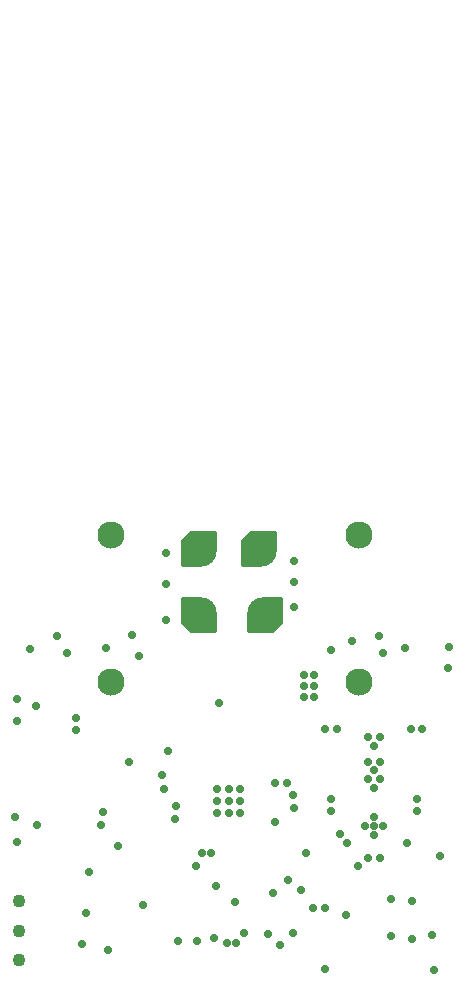
<source format=gbr>
%TF.GenerationSoftware,KiCad,Pcbnew,8.0.5*%
%TF.CreationDate,2025-03-05T13:38:36-05:00*%
%TF.ProjectId,minimax,6d696e69-6d61-4782-9e6b-696361645f70,rev?*%
%TF.SameCoordinates,Original*%
%TF.FileFunction,Soldermask,Bot*%
%TF.FilePolarity,Negative*%
%FSLAX46Y46*%
G04 Gerber Fmt 4.6, Leading zero omitted, Abs format (unit mm)*
G04 Created by KiCad (PCBNEW 8.0.5) date 2025-03-05 13:38:36*
%MOMM*%
%LPD*%
G01*
G04 APERTURE LIST*
G04 Aperture macros list*
%AMFreePoly0*
4,1,49,1.709133,1.231194,1.726811,1.223872,1.753872,1.196813,1.753872,1.196811,1.761194,1.179133,1.765000,1.160000,1.765000,-0.940000,1.761194,-0.959133,1.753872,-0.976811,1.743033,-0.993033,0.993033,-1.743033,0.976811,-1.753872,0.959133,-1.761194,0.940000,-1.765000,-1.160000,-1.765000,-1.179133,-1.761194,-1.196811,-1.753872,-1.223872,-1.726813,-1.223872,-1.726811,-1.231194,-1.709133,
-1.235000,-1.690000,-1.235000,0.000000,-1.231194,0.019133,-1.223872,0.036811,-1.213033,0.053034,-1.204510,0.061556,-1.190036,0.217762,-1.188340,0.226832,-1.129759,0.432723,-1.126426,0.441327,-1.031010,0.632948,-1.026153,0.640793,-0.897151,0.811619,-0.890935,0.818437,-0.732741,0.962650,-0.725378,0.968211,-0.543378,1.080900,-0.535118,1.085013,-0.335511,1.162342,-0.326636,1.164867,
-0.116218,1.204201,-0.107031,1.205052,-0.061014,1.205052,-0.053033,1.213033,-0.036811,1.223872,-0.019133,1.231194,0.000000,1.235000,1.690000,1.235000,1.709133,1.231194,1.709133,1.231194,$1*%
%AMFreePoly1*
4,1,49,0.019133,1.231194,0.036811,1.223872,0.053033,1.213033,0.061014,1.205052,0.107031,1.205052,0.116218,1.204201,0.326636,1.164867,0.335511,1.162342,0.535118,1.085013,0.543378,1.080900,0.725378,0.968211,0.732741,0.962650,0.890935,0.818437,0.897151,0.811619,1.026153,0.640793,1.031010,0.632948,1.126426,0.441327,1.129759,0.432723,1.188340,0.226832,1.190036,0.217762,
1.204510,0.061556,1.213033,0.053034,1.223872,0.036811,1.231194,0.019133,1.235000,0.000000,1.235000,-1.690000,1.231194,-1.709133,1.223872,-1.726811,1.196813,-1.753872,1.196811,-1.753872,1.179133,-1.761194,1.160000,-1.765000,-0.940000,-1.765000,-0.959133,-1.761194,-0.976811,-1.753872,-0.993033,-1.743033,-1.743033,-0.993033,-1.753872,-0.976811,-1.761194,-0.959133,-1.765000,-0.940000,
-1.765000,1.160000,-1.761194,1.179133,-1.753872,1.196811,-1.726813,1.223872,-1.726811,1.223872,-1.709133,1.231194,-1.690000,1.235000,0.000000,1.235000,0.019133,1.231194,0.019133,1.231194,$1*%
%AMFreePoly2*
4,1,49,1.179133,1.761194,1.196811,1.753872,1.223872,1.726813,1.223872,1.726811,1.231194,1.709133,1.235000,1.690000,1.235000,0.000000,1.231194,-0.019133,1.223872,-0.036811,1.213033,-0.053034,1.204510,-0.061556,1.190036,-0.217762,1.188340,-0.226832,1.129759,-0.432723,1.126426,-0.441327,1.031010,-0.632948,1.026153,-0.640793,0.897151,-0.811619,0.890935,-0.818437,0.732741,-0.962650,
0.725378,-0.968211,0.543378,-1.080900,0.535118,-1.085013,0.335511,-1.162342,0.326636,-1.164867,0.116218,-1.204201,0.107031,-1.205052,0.061014,-1.205052,0.053033,-1.213033,0.036811,-1.223872,0.019133,-1.231194,0.000000,-1.235000,-1.690000,-1.235000,-1.709133,-1.231194,-1.726811,-1.223872,-1.753872,-1.196813,-1.753872,-1.196811,-1.761194,-1.179133,-1.765000,-1.160000,-1.765000,0.940000,
-1.761194,0.959133,-1.753872,0.976811,-1.743033,0.993033,-0.993033,1.743033,-0.976811,1.753872,-0.959133,1.761194,-0.940000,1.765000,1.160000,1.765000,1.179133,1.761194,1.179133,1.761194,$1*%
G04 Aperture macros list end*
%ADD10C,1.100000*%
%ADD11C,2.300000*%
%ADD12FreePoly0,180.000000*%
%ADD13FreePoly1,180.000000*%
%ADD14FreePoly2,90.000000*%
%ADD15FreePoly2,180.000000*%
%ADD16C,0.700000*%
G04 APERTURE END LIST*
D10*
%TO.C,TP1*%
X132000000Y-126000000D03*
%TD*%
%TO.C,TP2*%
X132000000Y-123500000D03*
%TD*%
D11*
%TO.C,J5*%
X139750000Y-90000000D03*
X139750000Y-102500000D03*
X160750000Y-90000000D03*
X160750000Y-102500000D03*
%TD*%
D12*
%TO.C,J2*%
X152540000Y-96540000D03*
D13*
X147460000Y-96540000D03*
D14*
X152550000Y-91450000D03*
D15*
X147460000Y-91460000D03*
%TD*%
D10*
%TO.C,TP3*%
X132000000Y-121000000D03*
%TD*%
D16*
X156300000Y-116900000D03*
X165300000Y-124200000D03*
X165300000Y-121000000D03*
X141300000Y-109225000D03*
X168300000Y-101300000D03*
X168400000Y-99500000D03*
X133412500Y-104525000D03*
X166146447Y-106400000D03*
X162546447Y-117350000D03*
X155200000Y-123750000D03*
X133550000Y-114600000D03*
X161546447Y-117350000D03*
X135200000Y-98600000D03*
X162500000Y-98600000D03*
X141600000Y-98500000D03*
X165171447Y-106400000D03*
X163500000Y-124000000D03*
X155250000Y-113100000D03*
X155225000Y-112050000D03*
X163500000Y-120800000D03*
X149635240Y-124520000D03*
X147485230Y-116940000D03*
X149738900Y-111550000D03*
X137925000Y-118550000D03*
X144475000Y-97250000D03*
X136025000Y-99975000D03*
X147050000Y-124400000D03*
X162521447Y-110650000D03*
X148900000Y-104250000D03*
X162046447Y-114650000D03*
X137300000Y-124600000D03*
X157875000Y-126725000D03*
X162521447Y-107150000D03*
X148751286Y-113537614D03*
X154100000Y-124700000D03*
X142175000Y-100250000D03*
X150738900Y-111550000D03*
X144425000Y-91575000D03*
X139500000Y-125125000D03*
X158400000Y-99725000D03*
X162046447Y-107875000D03*
X150738900Y-112550000D03*
X140397879Y-116337024D03*
X148690000Y-119760000D03*
X162850000Y-114650000D03*
X167000000Y-123900000D03*
X131825000Y-103925000D03*
X148500000Y-124100000D03*
X162050000Y-113850000D03*
X155300000Y-96100000D03*
X148738900Y-112550000D03*
X149738900Y-112550000D03*
X161571447Y-109200000D03*
X162521447Y-109200000D03*
X162021447Y-111400000D03*
X149738900Y-113550000D03*
X131850000Y-105775000D03*
X131675000Y-113900000D03*
X144425000Y-94200000D03*
X167125000Y-126850000D03*
X151020000Y-123720000D03*
X155300000Y-92200000D03*
X142500000Y-121300000D03*
X161571447Y-107150000D03*
X162850000Y-100000000D03*
X137700000Y-122000000D03*
X155300000Y-94000000D03*
X161571447Y-110650000D03*
X161250000Y-114650000D03*
X150270000Y-121110000D03*
X162046447Y-109925000D03*
X150738900Y-113550000D03*
X147000000Y-118020000D03*
X145500000Y-124350000D03*
X162050000Y-115425000D03*
X159675000Y-122225000D03*
X148738900Y-111550000D03*
X164873224Y-116050000D03*
X131850000Y-116000000D03*
X148214770Y-116940000D03*
X150364780Y-124520000D03*
X155850000Y-120050000D03*
X136850000Y-105500000D03*
X139150000Y-113500000D03*
X154650000Y-111050000D03*
X154800000Y-119200000D03*
X136850000Y-106500000D03*
X153700000Y-111000000D03*
X138900000Y-114550000D03*
X158421447Y-113375000D03*
X158421447Y-112400000D03*
X156100000Y-103700000D03*
X165671447Y-112400000D03*
X156100000Y-101900000D03*
X165671447Y-113375000D03*
X157000000Y-102800000D03*
X156100000Y-102800000D03*
X157000000Y-103700000D03*
X157000000Y-101900000D03*
X153500000Y-120300000D03*
X145325000Y-112950000D03*
X153650000Y-114350000D03*
X153050000Y-123800000D03*
X160696447Y-118000000D03*
X144575000Y-108300000D03*
X164700000Y-99600000D03*
X159796447Y-116100000D03*
X157946447Y-106400000D03*
X158946447Y-106400000D03*
X157900000Y-121600000D03*
X144100000Y-110300000D03*
X132900000Y-99700000D03*
X144300000Y-111500000D03*
X139400000Y-99600000D03*
X160200000Y-99000000D03*
X159146447Y-115300000D03*
X167623224Y-117200000D03*
X156900000Y-121600000D03*
X145200000Y-114075000D03*
M02*

</source>
